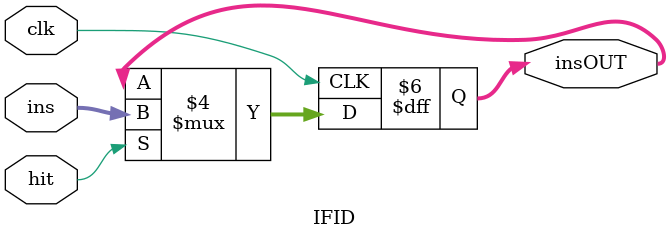
<source format=v>
`timescale 1ns / 1ps
module IFID(
input [31:0] ins,
input hit,
input clk,
output reg [31:0] insOUT
    );
	 always @(negedge clk)begin
	 if(hit == 1)
	 insOUT = ins;
	 
	 end


endmodule

</source>
